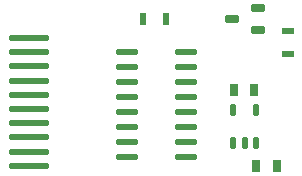
<source format=gbr>
G04 --- HEADER BEGIN --- *
G04 #@! TF.GenerationSoftware,LibrePCB,LibrePCB,1.3.0*
G04 #@! TF.CreationDate,2025-05-07T13:29:34*
G04 #@! TF.ProjectId,2.35" TFT Display Breakout,2d7378a2-86a6-4676-ae60-d25c5b1dbf0f,v1*
G04 #@! TF.Part,Single*
G04 #@! TF.SameCoordinates*
G04 #@! TF.FileFunction,Paste,Top*
G04 #@! TF.FilePolarity,Positive*
%FSLAX66Y66*%
%MOMM*%
G01*
G75*
G04 --- HEADER END --- *
G04 --- APERTURE LIST BEGIN --- *
%AMROUNDEDRECT10*20,1,0.64,-0.45,0.0,0.45,0.0,0.0*20,1,0.4,-0.57,0.0,0.57,0.0,0.0*1,1,0.24,-0.45,0.2*1,1,0.24,0.45,0.2*1,1,0.24,0.45,-0.2*1,1,0.24,-0.45,-0.2*%
%ADD10ROUNDEDRECT10*%
%ADD11R,1.1X0.6*%
%AMROUNDEDRECT12*20,1,0.56,-1.575,0.0,1.575,0.0,0.0*20,1,0.35,-1.68,0.0,1.68,0.0,0.0*1,1,0.21,-1.575,0.175*1,1,0.21,1.575,0.175*1,1,0.21,1.575,-0.175*1,1,0.21,-1.575,-0.175*%
%ADD12ROUNDEDRECT12*%
%ADD13R,0.76X1.06*%
%AMROUNDEDRECT14*20,1,0.48,-0.85,0.0,0.85,0.0,0.0*20,1,0.3,-0.94,0.0,0.94,0.0,0.0*1,1,0.18,-0.85,0.15*1,1,0.18,0.85,0.15*1,1,0.18,0.85,-0.15*1,1,0.18,-0.85,-0.15*%
%ADD14ROUNDEDRECT14*%
%AMROUNDEDRECT15*20,1,0.48,-0.4,0.0,0.4,0.0,90.0*20,1,0.3,-0.49,0.0,0.49,0.0,90.0*1,1,0.18,-0.15,-0.4*1,1,0.18,-0.15,0.4*1,1,0.18,0.15,0.4*1,1,0.18,0.15,-0.4*%
%ADD15ROUNDEDRECT15*%
%ADD16R,0.6X1.1*%
G04 --- APERTURE LIST END --- *
G04 --- BOARD BEGIN --- *
D10*
G04 #@! TO.C,Q1*
X40100000Y21450000D03*
X37900000Y20500000D03*
X40100000Y19550000D03*
D11*
G04 #@! TO.C,R2*
X42700000Y17575000D03*
X42700000Y19525000D03*
D12*
G04 #@! TO.C,IC2*
X20750000Y15300000D03*
X20750000Y11700000D03*
X20750000Y16500000D03*
X20750000Y17700000D03*
X20750000Y18900000D03*
X20750000Y12900000D03*
X20750000Y8100000D03*
X20750000Y10500000D03*
X20750000Y14100000D03*
X20750000Y9300000D03*
D13*
G04 #@! TO.C,C1*
X39974000Y8113000D03*
X41724000Y8113000D03*
D14*
G04 #@! TO.C,U1*
X29000000Y13885000D03*
X34000000Y12615000D03*
X29000000Y10075000D03*
X29000000Y8805000D03*
X34000000Y15155000D03*
X29000000Y17695000D03*
X29000000Y16425000D03*
X34000000Y17695000D03*
X29000000Y12615000D03*
X34000000Y16425000D03*
X34000000Y10075000D03*
X34000000Y13885000D03*
X34000000Y11345000D03*
X34000000Y8805000D03*
X29000000Y11345000D03*
X29000000Y15155000D03*
D15*
G04 #@! TO.C,IC1*
X38050000Y12800000D03*
X39950000Y10000000D03*
X39000000Y10000000D03*
X38050000Y10000000D03*
X39950000Y12800000D03*
D16*
G04 #@! TO.C,R1*
X32350000Y20500000D03*
X30400000Y20500000D03*
D13*
G04 #@! TO.C,C2*
X38075000Y14500000D03*
X39825000Y14500000D03*
G04 --- BOARD END --- *
G04 #@! TF.MD5,eba6afc8d221c193b0d1686c8a413167*
M02*

</source>
